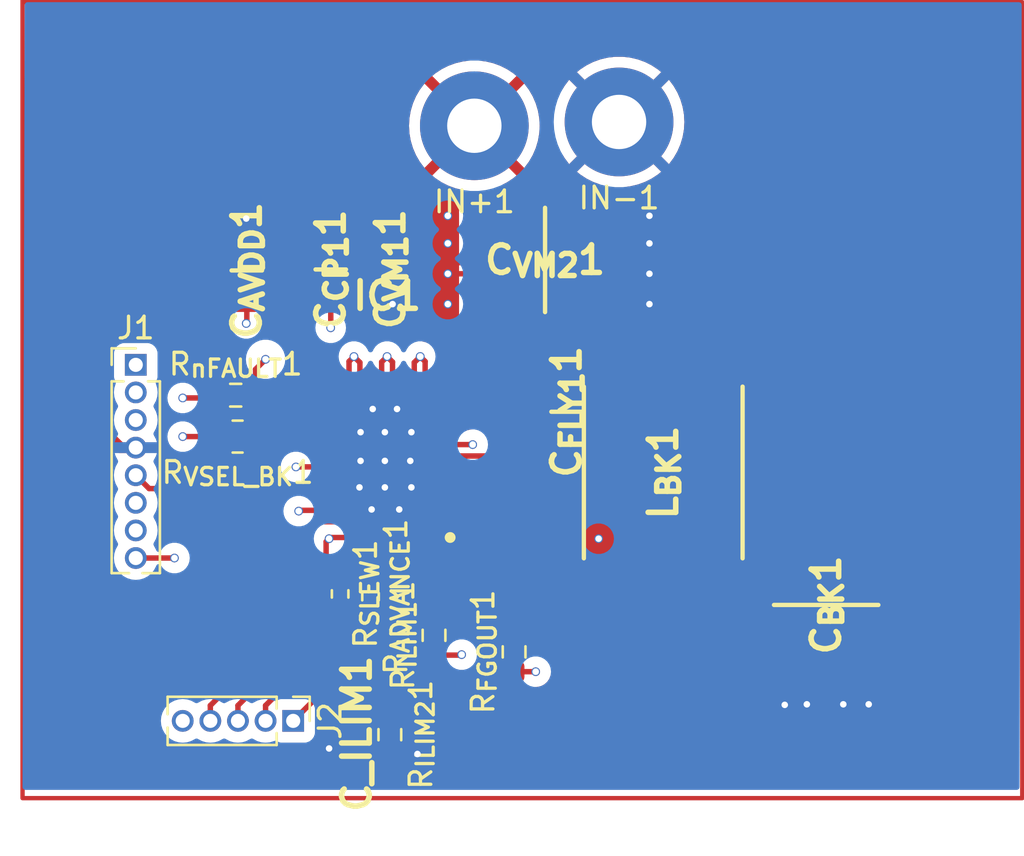
<source format=kicad_pcb>
(kicad_pcb (version 20221018) (generator pcbnew)
  (layers (0 "F.Cu" signal) (1 "In1.Cu" signal) (2 "In2.Cu" signal) (31 "B.Cu" signal) (34 "B.Paste" user) (35 "F.Paste" user) (36 "B.SilkS" user "B.Silkscreen") (37 "F.SilkS" user "F.Silkscreen") (38 "B.Mask" user) (39 "F.Mask" user) (44 "Edge.Cuts" user))
  (net 0 "")
  (net 1 "Net-(IC1-ILIM)")
  (net 2 "GND")
  (net 3 "/AVDD")
  (net 4 "/SW_BK")
  (net 5 "Net-(IC1-CP)")
  (net 6 "/VM")
  (net 7 "Net-(IC1-CPH)")
  (net 8 "Net-(IC1-CPL)")
  (net 9 "/PWM")
  (net 10 "/DIR")
  (net 11 "/BRAKE")
  (net 12 "/FGOUT")
  (net 13 "/W")
  (net 14 "/V")
  (net 15 "/U")
  (net 16 "/H3")
  (net 17 "/H2")
  (net 18 "/H1")
  (net 19 "/nFAULT")
  (net 21 "Net-(IC1-SW_BK)")
  (net 22 "Net-(IC1-VSEL_BK)")
  (net 26 "Net-(IC1-SLEW)")
  (net 27 "Net-(IC1-ADVANCE)")
  (footprint "SamacSys_Parts:CAPC3216X178N" (layer "F.Cu") (at 148.7944 90.8618 90)
    (fp_text reference "C_{CP1}1" (at 0 0 90) (layer "F.SilkS") (effects (font (size 1.27 1.27) (thickness 0.254))))
    (fp_text value "1uF" hide)
    (fp_line (start 0 -0.7) (end 0 0.7) (stroke (width 0.2)) (layer "F.SilkS"))
    (pad "1" smd rect (at -1.4 0 90) (size 1.02 1.82) (layers "F.Cu" "F.Paste" "F.Mask") (net 5 "Net-(IC1-CP)"))
    (pad "2" smd rect (at 1.4 0 90) (size 1.02 1.82) (layers "F.Cu" "F.Paste" "F.Mask") (net 6 "/VM"))
  )
  (footprint "Resistor_SMD:R_0603_1608Metric_Pad0.98x0.95mm_HandSolder" (layer "F.Cu") (at 151.511 112.268 -90)
    (fp_text reference "R_{ILIM2}1" (at 0 -1.43 90) (layer "F.SilkS"))
    (fp_text value "1k")
    (fp_line (start -0.254724 -0.5225) (end 0.254724 -0.5225) (stroke (width 0.12)) (layer "F.SilkS"))
    (fp_line (start -0.254724 0.5225) (end 0.254724 0.5225) (stroke (width 0.12)) (layer "F.SilkS"))
    (pad "1" smd roundrect (at -0.9125 0 270) (size 0.975 0.95) (layers "F.Cu" "F.Paste" "F.Mask") (net 1 "Net-(IC1-ILIM)"))
    (pad "2" smd roundrect (at 0.9125 0 270) (size 0.975 0.95) (layers "F.Cu" "F.Paste" "F.Mask") (net 2 "GND"))
  )
  (footprint "Resistor_SMD:R_0603_1608Metric_Pad0.98x0.95mm_HandSolder" (layer "F.Cu") (at 144.4225 96.647)
    (fp_text reference "R_{nFAULT}1" (at 0 -1.43) (layer "F.SilkS"))
    (fp_text value "5k1")
    (fp_line (start -0.254724 -0.5225) (end 0.254724 -0.5225) (stroke (width 0.12)) (layer "F.SilkS"))
    (fp_line (start -0.254724 0.5225) (end 0.254724 0.5225) (stroke (width 0.12)) (layer "F.SilkS"))
    (pad "1" smd roundrect (at -0.9125 0) (size 0.975 0.95) (layers "F.Cu" "F.Paste" "F.Mask") (net 3 "/AVDD"))
    (pad "2" smd roundrect (at 0.9125 0) (size 0.975 0.95) (layers "F.Cu" "F.Paste" "F.Mask") (net 19 "/nFAULT"))
  )
  (footprint "SamacSys_Parts:INDPM7973X540N" (layer "F.Cu") (at 164.084 100.203 -90)
    (fp_text reference "L_{BK}1" (at 0 0 90) (layer "F.SilkS") (effects (font (size 1.27 1.27) (thickness 0.254))))
    (fp_text value "47uH" hide)
    (fp_line (start -3.95 3.65) (end 3.95 3.65) (stroke (width 0.2)) (layer "F.SilkS"))
    (fp_line (start 3.95 -3.65) (end -3.95 -3.65) (stroke (width 0.2)) (layer "F.SilkS"))
    (pad "1" smd rect (at -3.05 0 270) (size 3.05 3.1) (layers "F.Cu" "F.Paste" "F.Mask") (net 21 "Net-(IC1-SW_BK)"))
    (pad "2" smd rect (at 3.05 0 270) (size 3.05 3.1) (layers "F.Cu" "F.Paste" "F.Mask") (net 4 "/SW_BK"))
  )
  (footprint "MountingHole:MountingHole_2.5mm_Pad" (layer "F.Cu") (at 162.052 84.074 180)
    (fp_text reference "IN-1" (at 0 -3.5) (layer "F.SilkS"))
    (fp_text value "MountingHole_Pad")
    (pad "1" thru_hole circle (at 0 0 180) (size 5 5) (drill 2.5) (layers "*.Cu" "*.Mask") (net 2 "GND"))
  )
  (footprint "SamacSys_Parts:CAPC1608X95N" (layer "F.Cu") (at 149.987 112.2265 -90)
    (fp_text reference "C_ILIM1" (at 0 0 90) (layer "F.SilkS") (effects (font (size 1.27 1.27) (thickness 0.254))))
    (fp_text value "0u1F" hide)
    (pad "1" smd rect (at -0.7 0 270) (size 0.78 0.98) (layers "F.Cu" "F.Paste" "F.Mask") (net 1 "Net-(IC1-ILIM)"))
    (pad "2" smd rect (at 0.7 0 270) (size 0.78 0.98) (layers "F.Cu" "F.Paste" "F.Mask") (net 2 "GND"))
  )
  (footprint "Resistor_SMD:R_0805_2012Metric_Pad1.20x1.40mm_HandSolder" (layer "F.Cu") (at 144.51 98.552 180)
    (fp_text reference "R_{VSEL_BK}1" (at 0 -1.65) (layer "F.SilkS"))
    (fp_text value "1M")
    (fp_line (start -0.227064 -0.735) (end 0.227064 -0.735) (stroke (width 0.12)) (layer "F.SilkS"))
    (fp_line (start -0.227064 0.735) (end 0.227064 0.735) (stroke (width 0.12)) (layer "F.SilkS"))
    (pad "1" smd roundrect (at -1 0 180) (size 1.2 1.4) (layers "F.Cu" "F.Paste" "F.Mask") (roundrect_rratio 0.208333) (net 22 "Net-(IC1-VSEL_BK)"))
    (pad "2" smd roundrect (at 1 0 180) (size 1.2 1.4) (layers "F.Cu" "F.Paste" "F.Mask") (roundrect_rratio 0.208333) (net 3 "/AVDD"))
  )
  (footprint "SamacSys_Parts:CAPC3216X178N" (layer "F.Cu") (at 144.9336 90.9066 90)
    (fp_text reference "C_{AVDD}1" (at 0 0 90) (layer "F.SilkS") (effects (font (size 1.27 1.27) (thickness 0.254))))
    (fp_text value "1uF" hide)
    (fp_line (start 0 -0.7) (end 0 0.7) (stroke (width 0.2)) (layer "F.SilkS"))
    (pad "1" smd rect (at -1.4 0 90) (size 1.02 1.82) (layers "F.Cu" "F.Paste" "F.Mask") (net 3 "/AVDD"))
    (pad "2" smd rect (at 1.4 0 90) (size 1.02 1.82) (layers "F.Cu" "F.Paste" "F.Mask") (net 2 "GND"))
  )
  (footprint "Connector_PinHeader_1.27mm:PinHeader_1x08_P1.27mm_Vertical" (layer "F.Cu") (at 139.827 95.25)
    (fp_text reference "J1" (at 0 -1.695) (layer "F.SilkS"))
    (fp_text value "Conn_01x08_Pin")
    (fp_line (start -1.11 -0.76) (end 0 -0.76) (stroke (width 0.12)) (layer "F.SilkS"))
    (fp_line (start -1.11 0) (end -1.11 -0.76) (stroke (width 0.12)) (layer "F.SilkS"))
    (fp_line (start -1.11 0.76) (end -1.11 9.585) (stroke (width 0.12)) (layer "F.SilkS"))
    (fp_line (start -1.11 0.76) (end -0.563471 0.76) (stroke (width 0.12)) (layer "F.SilkS"))
    (fp_line (start -1.11 9.585) (end -0.30753 9.585) (stroke (width 0.12)) (layer "F.SilkS"))
    (fp_line (start 0.30753 9.585) (end 1.11 9.585) (stroke (width 0.12)) (layer "F.SilkS"))
    (fp_line (start 0.563471 0.76) (end 1.11 0.76) (stroke (width 0.12)) (layer "F.SilkS"))
    (fp_line (start 1.11 0.76) (end 1.11 9.585) (stroke (width 0.12)) (layer "F.SilkS"))
    (pad "1" thru_hole rect (at 0 0) (size 1 1) (drill 0.65) (layers "*.Cu" "*.Mask") (net 15 "/U"))
    (pad "2" thru_hole oval (at 0 1.27) (size 1 1) (drill 0.65) (layers "*.Cu" "*.Mask") (net 14 "/V"))
    (pad "3" thru_hole oval (at 0 2.54) (size 1 1) (drill 0.65) (layers "*.Cu" "*.Mask") (net 13 "/W"))
    (pad "4" thru_hole oval (at 0 3.81) (size 1 1) (drill 0.65) (layers "*.Cu" "*.Mask") (net 2 "GND"))
    (pad "5" thru_hole oval (at 0 5.08) (size 1 1) (drill 0.65) (layers "*.Cu" "*.Mask") (net 17 "/H2"))
    (pad "6" thru_hole oval (at 0 6.35) (size 1 1) (drill 0.65) (layers "*.Cu" "*.Mask") (net 18 "/H1"))
    (pad "7" thru_hole oval (at 0 7.62) (size 1 1) (drill 0.65) (layers "*.Cu" "*.Mask") (net 16 "/H3"))
    (pad "8" thru_hole oval (at 0 8.89) (size 1 1) (drill 0.65) (layers "*.Cu" "*.Mask") (net 4 "/SW_BK"))
  )
  (footprint "Resistor_SMD:R_0402_1005Metric_Pad0.72x0.64mm_HandSolder" (layer "F.Cu") (at 149.225 105.791 -90)
    (fp_text reference "R_{SLEW}1" (at 0 -1.17 90) (layer "F.SilkS"))
    (fp_text value "47k")
    (fp_line (start -0.167621 -0.38) (end 0.167621 -0.38) (stroke (width 0.12)) (layer "F.SilkS"))
    (fp_line (start -0.167621 0.38) (end 0.167621 0.38) (stroke (width 0.12)) (layer "F.SilkS"))
    (pad "1" smd roundrect (at -0.5975 0 270) (size 0.715 0.64) (layers "F.Cu" "F.Paste" "F.Mask") (net 26 "Net-(IC1-SLEW)"))
    (pad "2" smd roundrect (at 0.5975 0 270) (size 0.715 0.64) (layers "F.Cu" "F.Paste" "F.Mask") (net 3 "/AVDD"))
  )
  (footprint "SamacSys_Parts:CAPC3216X180N" (layer "F.Cu") (at 159.639 97.409 -90)
    (fp_text reference "C_{FLY1}1" (at 0 0 90) (layer "F.SilkS") (effects (font (size 1.27 1.27) (thickness 0.254))))
    (fp_text value "47nF" hide)
    (fp_line (start 0 -0.7) (end 0 0.7) (stroke (width 0.2)) (layer "F.SilkS"))
    (pad "1" smd rect (at -1.38 0 270) (size 1.07 1.82) (layers "F.Cu" "F.Paste" "F.Mask") (net 7 "Net-(IC1-CPH)"))
    (pad "2" smd rect (at 1.38 0 270) (size 1.07 1.82) (layers "F.Cu" "F.Paste" "F.Mask") (net 8 "Net-(IC1-CPL)"))
  )
  (footprint "Resistor_SMD:R_0603_1608Metric_Pad0.98x0.95mm_HandSolder" (layer "F.Cu") (at 157.226 108.458 90)
    (fp_text reference "R_{FGOUT}1" (at 0 -1.43 90) (layer "F.SilkS"))
    (fp_text value "5k1")
    (fp_line (start -0.254724 -0.5225) (end 0.254724 -0.5225) (stroke (width 0.12)) (layer "F.SilkS"))
    (fp_line (start -0.254724 0.5225) (end 0.254724 0.5225) (stroke (width 0.12)) (layer "F.SilkS"))
    (pad "1" smd roundrect (at -0.9125 0 90) (size 0.975 0.95) (layers "F.Cu" "F.Paste" "F.Mask") (net 3 "/AVDD"))
    (pad "2" smd roundrect (at 0.9125 0 90) (size 0.975 0.95) (layers "F.Cu" "F.Paste" "F.Mask") (net 12 "/FGOUT"))
  )
  (footprint "Resistor_SMD:R_0603_1608Metric_Pad0.98x0.95mm_HandSolder" (layer "F.Cu") (at 153.543 107.696 90)
    (fp_text reference "R_{ILIM1}1" (at 0 -1.43 90) (layer "F.SilkS"))
    (fp_text value "1k")
    (fp_line (start -0.254724 -0.5225) (end 0.254724 -0.5225) (stroke (width 0.12)) (layer "F.SilkS"))
    (fp_line (start -0.254724 0.5225) (end 0.254724 0.5225) (stroke (width 0.12)) (layer "F.SilkS"))
    (pad "1" smd roundrect (at -0.9125 0 90) (size 0.975 0.95) (layers "F.Cu" "F.Paste" "F.Mask") (net 3 "/AVDD"))
    (pad "2" smd roundrect (at 0.9125 0 90) (size 0.975 0.95) (layers "F.Cu" "F.Paste" "F.Mask") (net 1 "Net-(IC1-ILIM)"))
  )
  (footprint "MountingHole:MountingHole_2.5mm_Pad" (layer "F.Cu") (at 155.3972 84.2488 180)
    (fp_text reference "IN+1" (at 0 -3.5) (layer "F.SilkS"))
    (fp_text value "MountingHole_Pad")
    (pad "1" thru_hole circle (at 0 0 180) (size 5 5) (drill 2.5) (layers "*.Cu" "*.Mask") (net 6 "/VM"))
  )
  (footprint "Resistor_SMD:R_0402_1005Metric_Pad0.72x0.64mm_HandSolder" (layer "F.Cu") (at 150.622 105.918 -90)
    (fp_text reference "R_{ADVANCE}1" (at 0 -1.17 90) (layer "F.SilkS"))
    (fp_text value "22k")
    (fp_line (start -0.167621 -0.38) (end 0.167621 -0.38) (stroke (width 0.12)) (layer "F.SilkS"))
    (fp_line (start -0.167621 0.38) (end 0.167621 0.38) (stroke (width 0.12)) (layer "F.SilkS"))
    (pad "1" smd roundrect (at -0.5975 0 270) (size 0.715 0.64) (layers "F.Cu" "F.Paste" "F.Mask") (net 27 "Net-(IC1-ADVANCE)"))
    (pad "2" smd roundrect (at 0.5975 0 270) (size 0.715 0.64) (layers "F.Cu" "F.Paste" "F.Mask") (net 3 "/AVDD"))
  )
  (footprint "Connector_PinHeader_1.27mm:PinHeader_1x05_P1.27mm_Vertical" (layer "F.Cu") (at 147.066 111.633 -90)
    (fp_text reference "J2" (at 0 -1.695 90) (layer "F.SilkS"))
    (fp_text value "Conn_01x05_Pin")
    (fp_line (start -1.11 -0.76) (end 0 -0.76) (stroke (width 0.12)) (layer "F.SilkS"))
    (fp_line (start -1.11 0) (end -1.11 -0.76) (stroke (width 0.12)) (layer "F.SilkS"))
    (fp_line (start -1.11 0.76) (end -1.11 5.775) (stroke (width 0.12)) (layer "F.SilkS"))
    (fp_line (start -1.11 0.76) (end -0.563471 0.76) (stroke (width 0.12)) (layer "F.SilkS"))
    (fp_line (start -1.11 5.775) (end -0.30753 5.775) (stroke (width 0.12)) (layer "F.SilkS"))
    (fp_line (start 0.30753 5.775) (end 1.11 5.775) (stroke (width 0.12)) (layer "F.SilkS"))
    (fp_line (start 0.563471 0.76) (end 1.11 0.76) (stroke (width 0.12)) (layer "F.SilkS"))
    (fp_line (start 1.11 0.76) (end 1.11 5.775) (stroke (width 0.12)) (layer "F.SilkS"))
    (pad "1" thru_hole rect (at 0 0 270) (size 1 1) (drill 0.65) (layers "*.Cu" "*.Mask") (net 12 "/FGOUT"))
    (pad "2" thru_hole oval (at 0 1.27 270) (size 1 1) (drill 0.65) (layers "*.Cu" "*.Mask") (net 9 "/PWM"))
    (pad "3" thru_hole oval (at 0 2.54 270) (size 1 1) (drill 0.65) (layers "*.Cu" "*.Mask") (net 11 "/BRAKE"))
    (pad "4" thru_hole oval (at 0 3.81 270) (size 1 1) (drill 0.65) (layers "*.Cu" "*.Mask") (net 10 "/DIR"))
    (pad "5" thru_hole oval (at 0 5.08 270) (size 1 1) (drill 0.65) (layers "*.Cu" "*.Mask") (net 19 "/nFAULT"))
  )
  (footprint "SamacSys_Parts:CAPC1608X95N" (layer "F.Cu") (at 151.5376 90.8446 -90)
    (fp_text reference "C_{VM1}1" (at 0 0 90) (layer "F.SilkS") (effects (font (size 1.27 1.27) (thickness 0.254))))
    (fp_text value "0u1F" hide)
    (pad "1" smd rect (at -0.7 0 270) (size 0.78 0.98) (layers "F.Cu" "F.Paste" "F.Mask") (net 6 "/VM"))
    (pad "2" smd rect (at 0.7 0 270) (size 0.78 0.98) (layers "F.Cu" "F.Paste" "F.Mask") (net 2 "GND"))
  )
  (footprint "SamacSys_Parts:CAPC6050X350N" (layer "F.Cu") (at 158.649 90.424)
    (fp_text reference "C_{VM2}1" (at 0 0) (layer "F.SilkS") (effects (font (size 1.27 1.27) (thickness 0.254))))
    (fp_text value ">=10uF" hide)
    (fp_line (start 0 -2.4) (end 0 2.4) (stroke (width 0.2)) (layer "F.SilkS"))
    (pad "1" smd rect (at -2.26 0) (size 2.39 5.51) (layers "F.Cu" "F.Paste" "F.Mask") (net 6 "/VM"))
    (pad "2" smd rect (at 2.26 0) (size 2.39 5.51) (layers "F.Cu" "F.Paste" "F.Mask") (net 2 "GND"))
  )
  (footprint "SamacSys_Parts:QFN50P500X700X100-41N-D" (layer "F.Cu") (at 151.384 99.695 180)
    (fp_text reference "IC1" (at 0 7.62) (layer "F.SilkS") (effects (font (size 1.27 1.27) (thickness 0.254))))
    (fp_text value "MCT8316Z0TQRGFRQ1" hide)
    (fp_circle (center -2.9 -3.5) (end -2.9 -3.375) (stroke (width 0.25)) (fill none) (layer "F.SilkS"))
    (pad "1" smd rect (at -2.5 -2.75 270) (size 0.3 0.8) (layers "F.Cu" "F.Paste" "F.Mask"))
    (pad "2" smd rect (at -2.5 -2.25 270) (size 0.3 0.8) (layers "F.Cu" "F.Paste" "F.Mask") (net 2 "GND"))
    (pad "3" smd rect (at -2.5 -1.75 270) (size 0.3 0.8) (layers "F.Cu" "F.Paste" "F.Mask") (net 4 "/SW_BK"))
    (pad "4" smd rect (at -2.5 -1.25 270) (size 0.3 0.8) (layers "F.Cu" "F.Paste" "F.Mask") (net 2 "GND"))
    (pad "5" smd rect (at -2.5 -0.75 270) (size 0.3 0.8) (layers "F.Cu" "F.Paste" "F.Mask") (net 21 "Net-(IC1-SW_BK)"))
    (pad "6" smd rect (at -2.5 -0.25 270) (size 0.3 0.8) (layers "F.Cu" "F.Paste" "F.Mask") (net 8 "Net-(IC1-CPL)"))
    (pad "7" smd rect (at -2.5 0.25 270) (size 0.3 0.8) (layers "F.Cu" "F.Paste" "F.Mask") (net 7 "Net-(IC1-CPH)"))
    (pad "8" smd rect (at -2.5 0.75 270) (size 0.3 0.8) (layers "F.Cu" "F.Paste" "F.Mask") (net 5 "Net-(IC1-CP)"))
    (pad "9" smd rect (at -2.5 1.25 270) (size 0.3 0.8) (layers "F.Cu" "F.Paste" "F.Mask") (net 6 "/VM"))
    (pad "10" smd rect (at -2.5 1.75 270) (size 0.3 0.8) (layers "F.Cu" "F.Paste" "F.Mask") (net 6 "/VM"))
    (pad "11" smd rect (at -2.5 2.25 270) (size 0.3 0.8) (layers "F.Cu" "F.Paste" "F.Mask") (net 6 "/VM"))
    (pad "12" smd rect (at -2.5 2.75 270) (size 0.3 0.8) (layers "F.Cu" "F.Paste" "F.Mask") (net 2 "GND"))
    (pad "13" smd rect (at -1.75 3.5 180) (size 0.3 0.8) (layers "F.Cu" "F.Paste" "F.Mask") (net 15 "/U"))
    (pad "14" smd rect (at -1.25 3.5 180) (size 0.3 0.8) (layers "F.Cu" "F.Paste" "F.Mask") (net 15 "/U"))
    (pad "15" smd rect (at -0.75 3.5 180) (size 0.3 0.8) (layers "F.Cu" "F.Paste" "F.Mask") (net 2 "GND"))
    (pad "16" smd rect (at -0.25 3.5 180) (size 0.3 0.8) (layers "F.Cu" "F.Paste" "F.Mask") (net 14 "/V"))
    (pad "17" smd rect (at 0.25 3.5 180) (size 0.3 0.8) (layers "F.Cu" "F.Paste" "F.Mask") (net 14 "/V"))
    (pad "18" smd rect (at 0.75 3.5 180) (size 0.3 0.8) (layers "F.Cu" "F.Paste" "F.Mask") (net 2 "GND"))
    (pad "19" smd rect (at 1.25 3.5 180) (size 0.3 0.8) (layers "F.Cu" "F.Paste" "F.Mask") (net 13 "/W"))
    (pad "20" smd rect (at 1.75 3.5 180) (size 0.3 0.8) (layers "F.Cu" "F.Paste" "F.Mask") (net 13 "/W"))
    (pad "21" smd rect (at 2.5 2.75 270) (size 0.3 0.8) (layers "F.Cu" "F.Paste" "F.Mask") (net 2 "GND"))
    (pad "22" smd rect (at 2.5 2.25 270) (size 0.3 0.8) (layers "F.Cu" "F.Paste" "F.Mask") (net 19 "/nFAULT"))
    (pad "23" smd rect (at 2.5 1.75 270) (size 0.3 0.8) (layers "F.Cu" "F.Paste" "F.Mask") (net 3 "/AVDD"))
    (pad "24" smd rect (at 2.5 1.25 270) (size 0.3 0.8) (layers "F.Cu" "F.Paste" "F.Mask") (net 22 "Net-(IC1-VSEL_BK)"))
    (pad "25" smd rect (at 2.5 0.75 270) (size 0.3 0.8) (layers "F.Cu" "F.Paste" "F.Mask") (net 3 "/AVDD"))
    (pad "26" smd rect (at 2.5 0.25 270) (size 0.3 0.8) (layers "F.Cu" "F.Paste" "F.Mask") (net 2 "GND"))
    (pad "27" smd rect (at 2.5 -0.25 270) (size 0.3 0.8) (layers "F.Cu" "F.Paste" "F.Mask") (net 18 "/H1"))
    (pad "28" smd rect (at 2.5 -0.75 270) (size 0.3 0.8) (layers "F.Cu" "F.Paste" "F.Mask"))
    (pad "29" smd rect (at 2.5 -1.25 270) (size 0.3 0.8) (layers "F.Cu" "F.Paste" "F.Mask") (net 17 "/H2"))
    (pad "30" smd rect (at 2.5 -1.75 270) (size 0.3 0.8) (layers "F.Cu" "F.Paste" "F.Mask"))
    (pad "31" smd rect (at 2.5 -2.25 270) (size 0.3 0.8) (layers "F.Cu" "F.Paste" "F.Mask") (net 16 "/H3"))
    (pad "32" smd rect (at 2.5 -2.75 270) (size 0.3 0.8) (layers "F.Cu" "F.Paste" "F.Mask"))
    (pad "33" smd rect (at 1.75 -3.5 180) (size 0.3 0.8) (layers "F.Cu" "F.Paste" "F.Mask") (net 3 "/AVDD"))
    (pad "34" smd rect (at 1.25 -3.5 180) (size 0.3 0.8) (layers "F.Cu" "F.Paste" "F.Mask") (net 26 "Net-(IC1-SLEW)"))
    (pad "35" smd rect (at 0.75 -3.5 180) (size 0.3 0.8) (layers "F.Cu" "F.Paste" "F.Mask") (net 27 "Net-(IC1-ADVANCE)"))
    (pad "36" smd rect (at 0.25 -3.5 180) (size 0.3 0.8) (layers "F.Cu" "F.Paste" "F.Mask") (net 10 "/DIR"))
    (pad "37" smd rect (at -0.25 -3.5 180) (size 0.3 0.8) (layers "F.Cu" "F.Paste" "F.Mask") (net 1 "Net-(IC1-ILIM)"))
    (pad "38" smd rect (at -0.75 -3.5 180) (size 0.3 0.8) (layers "F.Cu" "F.Paste" "F.Mask") (net 11 "/BRAKE"))
    (pad "39" smd rect (at -1.25 -3.5 180) (size 0.3 0.8) (layers "F.Cu" "F.Paste" "F.Mask") (net 9 "/PWM"))
    (pad "40" smd rect (at -1.75 -3.5 180) (size 0.3 0.8) (layers "F.Cu" "F.Paste" "F.Mask") (net 12 "/FGOUT"))
    (pad "41" smd rect (at 0 0 180) (size 3.8 5.8) (layers "F.Cu" "F.Paste" "F.Mask") (net 2 "GND"))
  )
  (footprint "SamacSys_Parts:CAPC6050X350N" (layer "F.Cu") (at 171.577 106.299 -90)
    (fp_text reference "C_{BK}1" (at 0 0 90) (layer "F.SilkS") (effects (font (size 1.27 1.27) (thickness 0.254))))
    (fp_text value "22uF" hide)
    (fp_line (start 0 -2.4) (end 0 2.4) (stroke (width 0.2)) (layer "F.SilkS"))
    (pad "1" smd rect (at -2.26 0 270) (size 2.39 5.51) (layers "F.Cu" "F.Paste" "F.Mask") (net 4 "/SW_BK"))
    (pad "2" smd rect (at 2.26 0 270) (size 2.39 5.51) (layers "F.Cu" "F.Paste" "F.Mask") (net 2 "GND"))
  )
  (gr_rect (start 134.62 78.5622) (end 180.594 115.189) (stroke (width 0.2)) (fill none) (layer "F.Cu"))
  (segment (start 153.543 106.4025) (end 151.634 104.4935) (width 0.25) (layer "F.Cu") (net 1))
  (segment (start 151.634 104.4935) (end 151.634 103.195) (width 0.25) (layer "F.Cu") (net 1))
  (segment (start 153.543 106.7835) (end 153.543 106.4025) (width 0.25) (layer "F.Cu") (net 1))
  (segment (start 169.6974 110.871) (end 169.672 110.8964) (width 0.25) (layer "F.Cu") (net 2))
  (segment (start 154.396 101.945) (end 154.94 102.489) (width 0.25) (layer "F.Cu") (net 2))
  (segment (start 152.7575 113.1805) (end 152.781 113.157) (width 0.25) (layer "F.Cu") (net 2))
  (segment (start 173.5328 110.871) (end 172.3644 110.871) (width 0.25) (layer "F.Cu") (net 2))
  (segment (start 151.983 101.945) (end 151.9428 101.9048) (width 0.25) (layer "F.Cu") (net 2))
  (segment (start 162.814 90.424) (end 160.909 90.424) (width 0.25) (layer "F.Cu") (net 2))
  (segment (start 152.134 96.195) (end 152.134 96.9892) (width 0.25) (layer "F.Cu") (net 2))
  (segment (start 148.7405 112.9265) (end 148.717 112.903) (width 0.25) (layer "F.Cu") (net 2))
  (segment (start 170.688 110.871) (end 172.3644 110.871) (width 0.25) (layer "F.Cu") (net 2))
  (segment (start 153.884 100.945) (end 152.5578 100.945) (width 0.25) (layer "F.Cu") (net 2))
  (segment (start 149.987 112.9265) (end 148.7405 112.9265) (width 0.25) (layer "F.Cu") (net 2))
  (segment (start 148.884 99.445) (end 149.9402 99.445) (width 0.25) (layer "F.Cu") (net 2))
  (segment (start 152.1782 96.945) (end 151.8412 97.282) (width 0.25) (layer "F.Cu") (net 2))
  (segment (start 163.449 92.456) (end 163.449 91.059) (width 0.25) (layer "F.Cu") (net 2))
  (segment (start 148.884 96.945) (end 150.3866 96.945) (width 0.25) (layer "F.Cu") (net 2))
  (segment (start 170.688 110.871) (end 171.577 109.982) (width 0.25) (layer "F.Cu") (net 2))
  (segment (start 163.449 91.059) (end 162.814 90.424) (width 0.25) (layer "F.Cu") (net 2))
  (segment (start 150.634 97.1924) (end 150.7236 97.282) (width 0.25) (layer "F.Cu") (net 2))
  (segment (start 153.884 101.945) (end 151.983 101.945) (width 0.25) (layer "F.Cu") (net 2))
  (segment (start 154.94 102.489) (end 154.94 103.378) (width 0.25) (layer "F.Cu") (net 2))
  (segment (start 136.7028 96.642906) (end 136.7028 92.2782) (width 0.5) (layer "F.Cu") (net 2))
  (segment (start 152.134 96.9892) (end 151.8412 97.282) (width 0.25) (layer "F.Cu") (net 2))
  (segment (start 151.5376 91.5446) (end 151.5376 92.3556) (width 0.25) (layer "F.Cu") (net 2))
  (segment (start 136.7028 88.2396) (end 136.779 88.1634) (width 0.5) (layer "F.Cu") (net 2))
  (segment (start 136.7028 92.2782) (end 136.7028 88.2396) (width 0.5) (layer "F.Cu") (net 2))
  (segment (start 151.511 113.1805) (end 152.7575 113.1805) (width 0.25) (layer "F.Cu") (net 2))
  (segment (start 149.9402 99.445) (end 150.1648 99.6696) (width 0.25) (layer "F.Cu") (net 2))
  (segment (start 139.119894 99.06) (end 136.7028 96.642906) (width 0.5) (layer "F.Cu") (net 2))
  (segment (start 150.3866 96.945) (end 150.7236 97.282) (width 0.25) (layer "F.Cu") (net 2))
  (segment (start 163.449 88.392) (end 163.449 89.662) (width 0.25) (layer "F.Cu") (net 2))
  (segment (start 150.634 96.195) (end 150.634 97.1924) (width 0.25) (layer "F.Cu") (net 2))
  (segment (start 170.688 110.871) (end 169.6974 110.871) (width 0.25) (layer "F.Cu") (net 2))
  (segment (start 171.577 109.982) (end 171.577 108.559) (width 0.25) (layer "F.Cu") (net 2))
  (segment (start 152.5578 100.945) (end 152.5016 100.8888) (width 0.25) (layer "F.Cu") (net 2))
  (segment (start 153.884 101.945) (end 154.396 101.945) (width 0.25) (layer "F.Cu") (net 2))
  (segment (start 144.9336 89.5066) (end 144.9336 88.5456) (width 0.25) (layer "F.Cu") (net 2))
  (segment (start 163.449 89.662) (end 163.449 91.059) (width 0.25) (layer "F.Cu") (net 2))
  (segment (start 153.884 96.945) (end 152.1782 96.945) (width 0.25) (layer "F.Cu") (net 2))
  (segment (start 139.827 99.06) (end 139.119894 99.06) (width 0.5) (layer "F.Cu") (net 2))
  (segment (start 151.5376 92.3556) (end 151.638 92.456) (width 0.25) (layer "F.Cu") (net 2))
  (segment (start 144.9336 88.5456) (end 144.907 88.519) (width 0.25) (layer "F.Cu") (net 2))
  (via (at 151.8412 97.282) (size 0.4) (drill 0.3) (layers "F.Cu" "B.Cu") (net 2))
  (via (at 144.907 88.519) (size 0.4) (drill 0.3) (layers "F.Cu" "B.Cu") (net 2))
  (via (at 150.1648 99.6696) (size 0.4) (drill 0.3) (layers "F.Cu" "B.Cu") (net 2))
  (via (at 163.449 92.456) (size 0.4) (drill 0.3) (layers "F.Cu" "B.Cu") (net 2))
  (via (at 151.2824 100.8888) (size 0.4) (drill 0.3) (layers "F.Cu" "B.Cu") (net 2))
  (via (at 173.5328 110.871) (size 0.4) (drill 0.3) (layers "F.Cu" "B.Cu") (net 2))
  (via (at 172.3644 110.871) (size 0.4) (drill 0.3) (layers "F.Cu" "B.Cu") (net 2))
  (via (at 148.717 112.903) (size 0.4) (drill 0.3) (layers "F.Cu" "B.Cu") (net 2))
  (via (at 163.449 89.662) (size 0.4) (drill 0.3) (layers "F.Cu" "B.Cu") (net 2))
  (via (at 150.6728 101.9048) (size 0.4) (drill 0.3) (layers "F.Cu" "B.Cu") (net 2))
  (via (at 151.9428 101.9048) (size 0.4) (drill 0.3) (layers "F.Cu" "B.Cu") (net 2))
  (via (at 163.449 91.059) (size 0.4) (drill 0.3) (layers "F.Cu" "B.Cu") (net 2))
  (via (at 152.4508 99.6696) (size 0.4) (drill 0.3) (layers "F.Cu" "B.Cu") (net 2))
  (via (at 163.449 88.392) (size 0.4) (drill 0.3) (layers "F.Cu" "B.Cu") (net 2))
  (via (at 152.781 113.157) (size 0.4) (drill 0.3) (layers "F.Cu" "B.Cu") (net 2))
  (via (at 150.114 100.8888) (size 0.4) (drill 0.3) (layers "F.Cu" "B.Cu") (net 2))
  (via (at 152.5016 100.8888) (size 0.4) (drill 0.3) (layers "F.Cu" "B.Cu") (net 2))
  (via (at 169.672 110.8964) (size 0.4) (drill 0.3) (layers "F.Cu" "B.Cu") (net 2))
  (via (at 151.638 92.456) (size 0.4) (drill 0.3) (layers "F.Cu" "B.Cu") (net 2))
  (via (at 150.7236 97.282) (size 0.4) (drill 0.3) (layers "F.Cu" "B.Cu") (net 2))
  (via (at 152.5016 98.3488) (size 0.4) (drill 0.3) (layers "F.Cu" "B.Cu") (net 2))
  (via (at 151.2824 99.6696) (size 0.4) (drill 0.3) (layers "F.Cu" "B.Cu") (net 2))
  (via (at 150.1648 98.3488) (size 0.4) (drill 0.3) (layers "F.Cu" "B.Cu") (net 2))
  (via (at 170.688 110.871) (size 0.4) (drill 0.3) (layers "F.Cu" "B.Cu") (net 2))
  (via (at 151.2824 98.3488) (size 0.4) (drill 0.3) (layers "F.Cu" "B.Cu") (net 2))
  (segment (start 144.9336 92.3066) (end 144.9336 93.3184) (width 0.25) (layer "F.Cu") (net 3))
  (segment (start 158.242 109.347) (end 158.2185 109.3705) (width 0.25) (layer "F.Cu") (net 3))
  (segment (start 153.543 108.6085) (end 154.7895 108.6085) (width 0.25) (layer "F.Cu") (net 3))
  (segment (start 143.383 96.774) (end 143.51 96.647) (width 0.25) (layer "F.Cu") (net 3))
  (segment (start 149.225 106.3885) (end 148.58 105.7435) (width 0.25) (layer "F.Cu") (net 3))
  (segment (start 148.58 103.388) (end 148.717 103.251) (width 0.25) (layer "F.Cu") (net 3))
  (segment (start 149.352 106.5155) (end 149.225 106.3885) (width 0.25) (layer "F.Cu") (net 3))
  (segment (start 141.986 96.774) (end 143.383 96.774) (width 0.25) (layer "F.Cu") (net 3))
  (segment (start 157.226 109.3705) (end 158.2185 109.3705) (width 0.25) (layer "F.Cu") (net 3))
  (segment (start 154.7895 108.6085) (end 154.813 108.585) (width 0.25) (layer "F.Cu") (net 3))
  (segment (start 144.9336 93.3184) (end 144.907 93.345) (width 0.25) (layer "F.Cu") (net 3))
  (segment (start 141.986 98.552) (end 143.51 98.552) (width 0.25) (layer "F.Cu") (net 3))
  (segment (start 150.622 106.5155) (end 149.352 106.5155) (width 0.25) (layer "F.Cu") (net 3))
  (segment (start 148.58 105.7435) (end 148.58 103.388) (width 0.25) (layer "F.Cu") (net 3))
  (segment (start 148.773 103.195) (end 148.717 103.251) (width 0.25) (layer "F.Cu") (net 3))
  (segment (start 149.634 103.195) (end 148.773 103.195) (width 0.25) (layer "F.Cu") (net 3))
  (via (at 144.907 93.345) (size 0.4) (drill 0.3) (layers "F.Cu" "B.Cu") (net 3))
  (via (at 154.813 108.585) (size 0.4) (drill 0.3) (layers "F.Cu" "B.Cu") (net 3))
  (via (at 158.2185 109.3705) (size 0.4) (drill 0.3) (layers "F.Cu" "B.Cu") (net 3))
  (via (at 141.986 96.774) (size 0.4) (drill 0.3) (layers "F.Cu" "B.Cu") (net 3))
  (via (at 141.986 98.552) (size 0.4) (drill 0.3) (layers "F.Cu" "B.Cu") (net 3))
  (via (at 148.717 103.251) (size 0.4) (drill 0.3) (layers "F.Cu" "B.Cu") (net 3))
  (segment (start 161.1122 103.251) (end 159.3342 101.473) (width 0.25) (layer "F.Cu") (net 4))
  (segment (start 139.827 104.14) (end 141.605 104.14) (width 0.25) (layer "F.Cu") (net 4))
  (segment (start 162.304 101.473) (end 155.829 101.473) (width 0.25) (layer "F.Cu") (net 4))
  (segment (start 153.884 101.445) (end 155.801 101.445) (width 0.25) (layer "F.Cu") (net 4))
  (segment (start 164.9964 104.1654) (end 171.4506 104.1654) (width 0.25) (layer "F.Cu") (net 4))
  (segment (start 164.084 103.253) (end 162.304 101.473) (width 0.25) (layer "F.Cu") (net 4))
  (segment (start 171.4506 104.1654) (end 171.577 104.039) (width 0.25) (layer "F.Cu") (net 4))
  (segment (start 155.801 101.445) (end 155.829 101.473) (width 0.25) (layer "F.Cu") (net 4))
  (segment (start 159.3342 101.473) (end 155.829 101.473) (width 0.25) (layer "F.Cu") (net 4))
  (segment (start 164.084 103.253) (end 164.9964 104.1654) (width 0.25) (layer "F.Cu") (net 4))
  (via (at 141.605 104.14) (size 0.4) (drill 0.3) (layers "F.Cu" "B.Cu") (net 4))
  (via (at 161.1122 103.251) (size 0.4) (drill 0.3) (layers "F.Cu" "B.Cu") (net 4))
  (segment (start 148.7944 93.541844) (end 148.790622 93.545622) (width 0.25) (layer "F.Cu") (net 5))
  (segment (start 153.9085 98.9205) (end 153.884 98.945) (width 0.25) (layer "F.Cu") (net 5))
  (segment (start 155.321 98.9205) (end 153.9085 98.9205) (width 0.25) (layer "F.Cu") (net 5))
  (segment (start 148.7944 92.2618) (end 148.7944 93.541844) (width 0.25) (layer "F.Cu") (net 5))
  (via (at 148.790622 93.545622) (size 0.4) (drill 0.3) (layers "F.Cu" "B.Cu") (net 5))
  (via (at 155.321 98.9205) (size 0.4) (drill 0.3) (layers "F.Cu" "B.Cu") (net 5))
  (segment (start 155.754 91.059) (end 156.389 90.424) (width 0.25) (layer "F.Cu") (net 6))
  (segment (start 154.584 97.445) (end 156.389 95.64) (width 0.25) (layer "F.Cu") (net 6))
  (segment (start 156.389 95.64) (end 156.389 90.424) (width 0.25) (layer "F.Cu") (net 6))
  (segment (start 154.178 92.456) (end 154.178 91.059) (width 0.25) (layer "F.Cu") (net 6))
  (segment (start 150.8548 89.4618) (end 151.5376 90.1446) (width 0.25) (layer "F.Cu") (net 6))
  (segment (start 154.178 88.392) (end 154.178 89.662) (width 0.25) (layer "F.Cu") (net 6))
  (segment (start 153.884 97.445) (end 154.584 97.445) (width 0.25) (layer "F.Cu") (net 6))
  (segment (start 148.7944 89.4618) (end 150.8548 89.4618) (width 0.25) (layer "F.Cu") (net 6))
  (segment (start 153.6954 90.1446) (end 154.178 89.662) (width 0.25) (layer "F.Cu") (net 6))
  (segment (start 154.178 91.059) (end 154.178 89.662) (width 0.25) (layer "F.Cu") (net 6))
  (segment (start 151.5376 90.1446) (end 153.6954 90.1446) (width 0.25) (layer "F.Cu") (net 6))
  (segment (start 153.884 98.445) (end 153.884 97.945) (width 0.25) (layer "F.Cu") (net 6))
  (segment (start 153.884 97.945) (end 153.884 97.445) (width 0.25) (layer "F.Cu") (net 6))
  (segment (start 154.178 91.059) (end 155.754 91.059) (width 0.25) (layer "F.Cu") (net 6))
  (via (at 154.178 91.059) (size 0.4) (drill 0.3) (layers "F.Cu" "B.Cu") (net 6))
  (via (at 154.178 92.456) (size 0.4) (drill 0.3) (layers "F.Cu" "B.Cu") (net 6))
  (via (at 154.178 88.392) (size 0.4) (drill 0.3) (layers "F.Cu" "B.Cu") (net 6))
  (via (at 154.178 89.662) (size 0.4) (drill 0.3) (layers "F.Cu" "B.Cu") (net 6))
  (segment (start 159.639 96.029) (end 159.368 96.029) (width 0.25) (layer "F.Cu") (net 7))
  (segment (start 159.368 96.029) (end 155.952 99.445) (width 0.25) (layer "F.Cu") (net 7))
  (segment (start 155.952 99.445) (end 153.884 99.445) (width 0.25) (layer "F.Cu") (net 7))
  (segment (start 159.622 98.806) (end 157.227396 98.806) (width 0.25) (layer "F.Cu") (net 8))
  (segment (start 156.088396 99.945) (end 153.884 99.945) (width 0.25) (layer "F.Cu") (net 8))
  (segment (start 157.227396 98.806) (end 156.088396 99.945) (width 0.25) (layer "F.Cu") (net 8))
  (segment (start 159.639 98.789) (end 159.622 98.806) (width 0.25) (layer "F.Cu") (net 8))
  (segment (start 145.796 111.633) (end 145.796 110.925894) (width 0.25) (layer "F.Cu") (net 9))
  (segment (start 146.935894 109.786) (end 155.76 109.786) (width 0.25) (layer "F.Cu") (net 9))
  (segment (start 156.337 107.798104) (end 156.337 107.442) (width 0.25) (layer "F.Cu") (net 9))
  (segment (start 152.634 103.739) (end 152.634 103.195) (width 0.25) (layer "F.Cu") (net 9))
  (segment (start 155.76 109.786) (end 155.76 108.375104) (width 0.25) (layer "F.Cu") (net 9))
  (segment (start 156.337 107.442) (end 152.634 103.739) (width 0.25) (layer "F.Cu") (net 9))
  (segment (start 155.76 108.375104) (end 156.337 107.798104) (width 0.25) (layer "F.Cu") (net 9))
  (segment (start 145.796 110.925894) (end 146.935894 109.786) (width 0.25) (layer "F.Cu") (net 9))
  (segment (start 150.987328 107.198) (end 151.268052 106.917276) (width 0.25) (layer "F.Cu") (net 10))
  (segment (start 146.983894 107.198) (end 150.987328 107.198) (width 0.25) (layer "F.Cu") (net 10))
  (segment (start 143.256 110.925894) (end 146.983894 107.198) (width 0.25) (layer "F.Cu") (net 10))
  (segment (start 143.256 111.633) (end 143.256 110.925894) (width 0.25) (layer "F.Cu") (net 10))
  (segment (start 151.268052 104.763948) (end 151.134 104.629896) (width 0.25) (layer "F.Cu") (net 10))
  (segment (start 151.134 104.629896) (end 151.134 103.195) (width 0.25) (layer "F.Cu") (net 10))
  (segment (start 151.268052 106.917276) (end 151.268052 104.763948) (width 0.25) (layer "F.Cu") (net 10))
  (segment (start 144.526 110.925894) (end 146.602894 108.849) (width 0.25) (layer "F.Cu") (net 11))
  (segment (start 154.813 106.554396) (end 152.134 103.875396) (width 0.25) (layer "F.Cu") (net 11))
  (segment (start 152.134 103.875396) (end 152.134 103.195) (width 0.25) (layer "F.Cu") (net 11))
  (segment (start 152.009 108.849) (end 153.262 107.596) (width 0.25) (layer "F.Cu") (net 11))
  (segment (start 154.813 106.807) (end 154.813 106.554396) (width 0.25) (layer "F.Cu") (net 11))
  (segment (start 144.526 111.633) (end 144.526 110.925894) (width 0.25) (layer "F.Cu") (net 11))
  (segment (start 154.024 107.596) (end 154.813 106.807) (width 0.25) (layer "F.Cu") (net 11))
  (segment (start 153.262 107.596) (end 154.024 107.596) (width 0.25) (layer "F.Cu") (net 11))
  (segment (start 146.602894 108.849) (end 152.009 108.849) (width 0.25) (layer "F.Cu") (net 11))
  (segment (start 148.463 110.236) (end 156.21 110.236) (width 0.25) (layer "F.Cu") (net 12))
  (segment (start 153.162 103.223) (end 153.134 103.195) (width 0.25) (layer "F.Cu") (net 12))
  (segment (start 156.21 108.5615) (end 157.226 107.5455) (width 0.25) (layer "F.Cu") (net 12))
  (segment (start 156.21 110.236) (end 156.21 108.5615) (width 0.25) (layer "F.Cu") (net 12))
  (segment (start 153.162 103.4815) (end 153.162 103.223) (width 0.25) (layer "F.Cu") (net 12))
  (segment (start 157.226 107.5455) (end 153.162 103.4815) (width 0.25) (layer "F.Cu") (net 12))
  (segment (start 147.066 111.633) (end 148.463 110.236) (width 0.25) (layer "F.Cu") (net 12))
  (segment (start 149.634 96.195) (end 149.634 95.095) (width 0.25) (layer "F.Cu") (net 13))
  (segment (start 150.134 96.195) (end 150.134 95.143) (width 0.25) (layer "F.Cu") (net 13))
  (segment (start 150.134 95.143) (end 149.86 94.869) (width 0.25) (layer "F.Cu") (net 13))
  (segment (start 149.634 95.095) (end 149.86 94.869) (width 0.25) (layer "F.Cu") (net 13))
  (via (at 149.86 94.869) (size 0.4) (drill 0.3) (layers "F.Cu" "B.Cu") (net 13))
  (segment (start 151.134 95.119) (end 151.384 94.869) (width 0.25) (layer "F.Cu") (net 14))
  (segment (start 151.634 95.119) (end 151.384 94.869) (width 0.25) (layer "F.Cu") (net 14))
  (segment (start 151.134 96.195) (end 151.134 95.119) (width 0.25) (layer "F.Cu") (net 14))
  (segment (start 151.634 96.195) (end 151.634 95.119) (width 0.25) (layer "F.Cu") (net 14))
  (via (at 151.384 94.869) (size 0.4) (drill 0.3) (layers "F.Cu" "B.Cu") (net 14))
  (segment (start 153.134 95.095) (end 152.908 94.869) (width 0.25) (layer "F.Cu") (net 15))
  (segment (start 152.634 96.195) (end 152.634 95.143) (width 0.25) (layer "F.Cu") (net 15))
  (segment (start 152.634 95.143) (end 152.908 94.869) (width 0.25) (layer "F.Cu") (net 15))
  (segment (start 153.134 96.195) (end 153.134 95.095) (width 0.25) (layer "F.Cu") (net 15))
  (via (at 152.908 94.869) (size 0.4) (drill 0.3) (layers "F.Cu" "B.Cu") (net 15))
  (via (at 152.908 94.869) (size 0.4) (drill 0.3) (layers "F.Cu" "B.Cu") (net 15))
  (segment (start 148.884 101.945) (end 147.356 101.945) (width 0.25) (layer "F.Cu") (net 16))
  (segment (start 147.356 101.945) (end 147.32 101.981) (width 0.25) (layer "F.Cu") (net 16))
  (via (at 147.32 101.981) (size 0.4) (drill 0.3) (layers "F.Cu" "B.Cu") (net 16))
  (segment (start 140.442 100.945) (end 139.827 100.33) (width 0.25) (layer "F.Cu") (net 17))
  (segment (start 148.884 100.945) (end 140.442 100.945) (width 0.25) (layer "F.Cu") (net 17))
  (segment (start 147.197 99.945) (end 147.193 99.949) (width 0.25) (layer "F.Cu") (net 18))
  (segment (start 148.884 99.945) (end 147.197 99.945) (width 0.25) (layer "F.Cu") (net 18))
  (via (at 147.193 99.949) (size 0.4) (drill 0.3) (layers "F.Cu" "B.Cu") (net 18))
  (segment (start 145.335 96.647) (end 146.133 97.445) (width 0.25) (layer "F.Cu") (net 19))
  (segment (start 146.133 97.445) (end 148.884 97.445) (width 0.25) (layer "F.Cu") (net 19))
  (segment (start 145.335 95.457) (end 145.796 94.996) (width 0.25) (layer "F.Cu") (net 19))
  (segment (start 145.335 96.647) (end 145.335 95.457) (width 0.25) (layer "F.Cu") (net 19))
  (via (at 145.796 94.996) (size 0.4) (drill 0.3) (layers "F.Cu" "B.Cu") (net 19))
  (segment (start 155.69 100.445) (end 154.47 100.445) (width 0.35) (layer "F.Cu") (net 21))
  (segment (start 162.052 100.584) (end 155.829 100.584) (width 0.5) (layer "F.Cu") (net 21))
  (segment (start 164.084 97.153) (end 164.084 98.552) (width 0.35) (layer "F.Cu") (net 21))
  (segment (start 155.829 100.584) (end 155.69 100.445) (width 0.35) (layer "F.Cu") (net 21))
  (segment (start 164.084 98.552) (end 162.052 100.584) (width 0.5) (layer "F.Cu") (net 21))
  (segment (start 154.47 100.445) (end 153.884 100.445) (width 0.25) (layer "F.Cu") (net 21))
  (segment (start 145.617 98.445) (end 148.884 98.445) (width 0.25) (layer "F.Cu") (net 22))
  (segment (start 145.51 98.552) (end 145.617 98.445) (width 0.25) (layer "F.Cu") (net 22))
  (segment (start 149.933302 104.485198) (end 149.933302 103.959302) (width 0.25) (layer "F.Cu") (net 26))
  (segment (start 150.134 103.758604) (end 150.134 103.195) (width 0.25) (layer "F.Cu") (net 26))
  (segment (start 149.933302 103.959302) (end 150.134 103.758604) (width 0.25) (layer "F.Cu") (net 26))
  (segment (start 149.225 105.1935) (end 149.933302 104.485198) (width 0.25) (layer "F.Cu") (net 26))
  (segment (start 150.622 105.3205) (end 150.634 105.3085) (width 0.25) (layer "F.Cu") (net 27))
  (segment (start 150.634 105.3085) (end 150.634 103.195) (width 0.25) (layer "F.Cu") (net 27))
  (zone (net 2) (net_name "GND") (layer "F.Cu") (connect_pads (clearance 0.5)) (min_thickness 0.25) (fill yes (thermal_gap 0.5) (thermal_bridge_width 0.5))
    (polygon (pts (xy 154.051 102.997) (xy 155.575 102.997) (xy 160.274 106.807) (xy 179.451 106.807) (xy 179.07 114.173) (xy 141.605 114.554) (xy 141.605 112.649) (xy 155.194 112.649) (xy 160.147 108.458)))
  )
  (zone (net 2) (net_name "GND") (layer "F.Cu") (connect_pads (clearance 0.5)) (min_thickness 0.25) (fill yes (thermal_gap 0.5) (thermal_bridge_width 0.5))
    (polygon (pts (xy 159.258 95.377) (xy 161.036 93.726) (xy 180.086 93.599) (xy 180.0352 79.0194) (xy 135.382 79.502) (xy 135.128 90.8558) (xy 146.304 90.805) (xy 146.304 80.645) (xy 159.258 80.645)))
  )
  (zone (net 6) (net_name "/VM") (layer "F.Cu") (connect_pads (clearance 0.5)) (min_thickness 0.25) (fill yes (thermal_gap 0.5) (thermal_bridge_width 0.5))
    (polygon (pts (xy 153.67 98.552) (xy 153.67 97.409) (xy 154.813 97.409) (xy 154.813 94.234) (xy 152.908 94.234) (xy 152.908 90.805) (xy 147.066 90.805) (xy 147.066 81.026) (xy 158.75 81.026) (xy 158.75 95.25) (xy 154.94 98.552)))
  )
  (zone (net 4) (net_name "/SW_BK") (layer "F.Cu") (connect_pads (clearance 0.5)) (min_thickness 0.25) (fill yes (thermal_gap 0.5) (thermal_bridge_width 0.5))
    (polygon (pts (xy 179.451 101.219) (xy 179.451 106.045) (xy 159.893 106.045) (xy 154.94 101.854) (xy 154.94 101.219)))
  )
  (zone (net 2) (net_name "GND") (layer "B.Cu") (connect_pads (clearance 0.5)) (min_thickness 0.25) (fill yes (thermal_gap 0.5) (thermal_bridge_width 0.5))
    (polygon (pts (xy 134.7216 78.5622) (xy 180.5686 78.5622) (xy 180.467 114.808) (xy 134.62 114.808)))
  )
)
</source>
